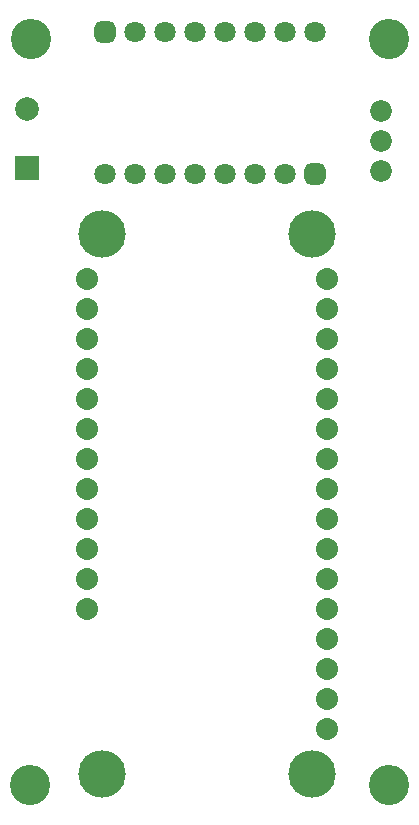
<source format=gbs>
G04*
G04 #@! TF.GenerationSoftware,Altium Limited,Altium Designer,21.8.1 (53)*
G04*
G04 Layer_Color=16711935*
%FSLAX25Y25*%
%MOIN*%
G70*
G04*
G04 #@! TF.SameCoordinates,70880257-2F83-41F6-BC9D-4F7E7A3CF3A8*
G04*
G04*
G04 #@! TF.FilePolarity,Negative*
G04*
G01*
G75*
%ADD29C,0.07237*%
%ADD30R,0.07887X0.07887*%
%ADD31C,0.07887*%
%ADD32C,0.07355*%
%ADD33C,0.15800*%
%ADD34C,0.07099*%
G04:AMPARAMS|DCode=35|XSize=70.99mil|YSize=70.99mil|CornerRadius=19.75mil|HoleSize=0mil|Usage=FLASHONLY|Rotation=180.000|XOffset=0mil|YOffset=0mil|HoleType=Round|Shape=RoundedRectangle|*
%AMROUNDEDRECTD35*
21,1,0.07099,0.03150,0,0,180.0*
21,1,0.03150,0.07099,0,0,180.0*
1,1,0.03950,-0.01575,0.01575*
1,1,0.03950,0.01575,0.01575*
1,1,0.03950,0.01575,-0.01575*
1,1,0.03950,-0.01575,-0.01575*
%
%ADD35ROUNDEDRECTD35*%
%ADD36C,0.13398*%
D29*
X228000Y336000D02*
D03*
Y326000D02*
D03*
Y316000D02*
D03*
D30*
X110000Y317000D02*
D03*
D31*
Y336685D02*
D03*
D32*
X130000Y170000D02*
D03*
Y180000D02*
D03*
Y190000D02*
D03*
Y200000D02*
D03*
Y210000D02*
D03*
Y220000D02*
D03*
Y230000D02*
D03*
Y240000D02*
D03*
Y250000D02*
D03*
Y260000D02*
D03*
Y270000D02*
D03*
Y280000D02*
D03*
X210000D02*
D03*
Y270000D02*
D03*
Y260000D02*
D03*
Y250000D02*
D03*
Y240000D02*
D03*
Y230000D02*
D03*
Y220000D02*
D03*
Y210000D02*
D03*
Y200000D02*
D03*
Y190000D02*
D03*
Y180000D02*
D03*
Y170000D02*
D03*
Y160000D02*
D03*
Y150000D02*
D03*
Y140000D02*
D03*
Y130000D02*
D03*
D33*
X205000Y115000D02*
D03*
X135000D02*
D03*
X205000Y295000D02*
D03*
X135000D02*
D03*
D34*
X156000Y315000D02*
D03*
X176000D02*
D03*
X196000D02*
D03*
X186000D02*
D03*
X166000D02*
D03*
X146000D02*
D03*
X136000D02*
D03*
X186000Y362244D02*
D03*
X166000D02*
D03*
X146000D02*
D03*
X156000D02*
D03*
X176000D02*
D03*
X196000D02*
D03*
X206000D02*
D03*
D35*
Y315000D02*
D03*
X136000Y362244D02*
D03*
D36*
X111100Y111335D02*
D03*
X111240Y359764D02*
D03*
X230832Y111126D02*
D03*
X230783Y359754D02*
D03*
M02*

</source>
